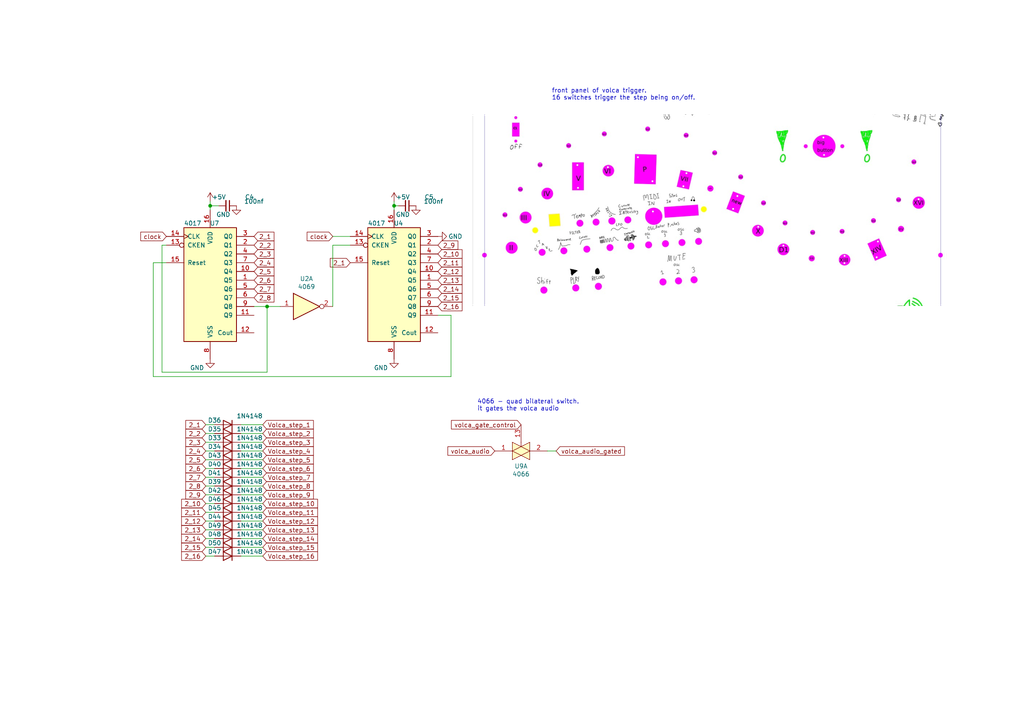
<source format=kicad_sch>
(kicad_sch (version 20211123) (generator eeschema)
  (paper "A4")
  (lib_symbols
    (symbol "4xxx:4017" (pin_names (offset 1.016))
      (property "Reference" "U" (at -7.62 16.51 0))
      (property "Value" "4017" (at -7.62 -19.05 0))
      (symbol "4017_1_0"
        (pin output line (at 12.7 0 180) (length 5.08) (name "Q5") (number "1"))
        (pin output line (at 12.7 2.54 180) (length 5.08) (name "Q4") (number "10"))
        (pin output line (at 12.7 -10.16 180) (length 5.08) (name "Q9") (number "11"))
        (pin output line (at 12.7 -15.24 180) (length 5.08) (name "Cout") (number "12"))
        (pin input inverted (at -12.7 10.16 0) (length 5.08) (name "CKEN") (number "13"))
        (pin input clock (at -12.7 12.7 0) (length 5.08) (name "CLK") (number "14"))
        (pin input line (at -12.7 5.08 0) (length 5.08) (name "Reset") (number "15"))
        (pin power_in line (at 0 20.32 270) (length 5.08) (name "VDD") (number "16"))
        (pin output line (at 12.7 10.16 180) (length 5.08) (name "Q1") (number "2"))
        (pin output line (at 12.7 12.7 180) (length 5.08) (name "Q0") (number "3"))
        (pin output line (at 12.7 7.62 180) (length 5.08) (name "Q2") (number "4"))
        (pin output line (at 12.7 -2.54 180) (length 5.08) (name "Q6") (number "5"))
        (pin output line (at 12.7 -5.08 180) (length 5.08) (name "Q7") (number "6"))
        (pin output line (at 12.7 5.08 180) (length 5.08) (name "Q3") (number "7"))
        (pin power_in line (at 0 -22.86 90) (length 5.08) (name "VSS") (number "8"))
        (pin output line (at 12.7 -7.62 180) (length 5.08) (name "Q8") (number "9"))
      )
      (symbol "4017_1_1"
        (rectangle (start -7.62 15.24) (end 7.62 -17.78) (stroke (width 0.254)) (fill (type background)))
      )
    )
    (symbol "4xxx:4066" (pin_names (offset 1.016))
      (property "Reference" "U" (at -7.62 8.89 0))
      (property "Value" "4066" (at -7.62 -8.89 0))
      (symbol "4066_1_0"
        (polyline (pts (xy 0 1.27) (xy 0 2.54)) (stroke (width 0.1524)))
        (polyline (pts (xy -2.54 0) (xy 2.54 2.54) (xy 2.54 -2.54) (xy -2.54 0)) (fill (type background)))
        (polyline (pts (xy -2.54 2.54) (xy 2.54 0) (xy -2.54 -2.54) (xy -2.54 2.54)) (fill (type background)))
        (pin passive line (at -7.62 0 0) (length 5.08) (name "~") (number "1"))
        (pin input line (at 0 7.62 270) (length 5.08) (name "~") (number "13"))
        (pin passive line (at 7.62 0 180) (length 5.08) (name "~") (number "2"))
      )
      (symbol "4066_2_0"
        (polyline (pts (xy 0 1.27) (xy 0 2.54)) (stroke (width 0.1524)))
        (polyline (pts (xy -2.54 0) (xy 2.54 2.54) (xy 2.54 -2.54) (xy -2.54 0)) (fill (type background)))
        (polyline (pts (xy -2.54 2.54) (xy 2.54 0) (xy -2.54 -2.54) (xy -2.54 2.54)) (fill (type background)))
        (pin passive line (at 7.62 0 180) (length 5.08) (name "~") (number "3"))
        (pin passive line (at -7.62 0 0) (length 5.08) (name "~") (number "4"))
        (pin input line (at 0 7.62 270) (length 5.08) (name "~") (number "5"))
      )
      (symbol "4066_3_0"
        (polyline (pts (xy 0 1.27) (xy 0 2.54)) (stroke (width 0.1524)))
        (polyline (pts (xy -2.54 0) (xy 2.54 2.54) (xy 2.54 -2.54) (xy -2.54 0)) (fill (type background)))
        (polyline (pts (xy -2.54 2.54) (xy 2.54 0) (xy -2.54 -2.54) (xy -2.54 2.54)) (fill (type background)))
        (pin input line (at 0 7.62 270) (length 5.08) (name "~") (number "6"))
        (pin passive line (at -7.62 0 0) (length 5.08) (name "~") (number "8"))
        (pin passive line (at 7.62 0 180) (length 5.08) (name "~") (number "9"))
      )
      (symbol "4066_4_0"
        (polyline (pts (xy 0 1.27) (xy 0 2.54)) (stroke (width 0.1524)))
        (polyline (pts (xy -2.54 0) (xy 2.54 2.54) (xy 2.54 -2.54) (xy -2.54 0)) (fill (type background)))
        (polyline (pts (xy -2.54 2.54) (xy 2.54 0) (xy -2.54 -2.54) (xy -2.54 2.54)) (fill (type background)))
        (pin passive line (at 7.62 0 180) (length 5.08) (name "~") (number "10"))
        (pin passive line (at -7.62 0 0) (length 5.08) (name "~") (number "11"))
        (pin input line (at 0 7.62 270) (length 5.08) (name "~") (number "12"))
      )
      (symbol "4066_5_0"
        (pin power_in line (at 0 12.7 270) (length 5.08) (name "VDD") (number "14"))
        (pin power_in line (at 0 -12.7 90) (length 5.08) (name "VSS") (number "7"))
      )
      (symbol "4066_5_1"
        (rectangle (start -5.08 7.62) (end 5.08 -7.62) (stroke (width 0.254)) (fill (type background)))
      )
    )
    (symbol "4xxx:4069" (pin_names (offset 1.016))
      (property "Reference" "U" (at 0 1.27 0))
      (property "Value" "4069" (at 0 -1.27 0))
      (symbol "4069_1_0"
        (polyline (pts (xy -3.81 3.81) (xy -3.81 -3.81) (xy 3.81 0) (xy -3.81 3.81)) (stroke (width 0.254)) (fill (type background)))
        (pin input line (at -7.62 0 0) (length 3.81) (name "~") (number "1"))
        (pin output inverted (at 7.62 0 180) (length 3.81) (name "~") (number "2"))
      )
      (symbol "4069_2_0"
        (polyline (pts (xy -3.81 3.81) (xy -3.81 -3.81) (xy 3.81 0) (xy -3.81 3.81)) (stroke (width 0.254)) (fill (type background)))
        (pin input line (at -7.62 0 0) (length 3.81) (name "~") (number "3"))
        (pin output inverted (at 7.62 0 180) (length 3.81) (name "~") (number "4"))
      )
      (symbol "4069_3_0"
        (polyline (pts (xy -3.81 3.81) (xy -3.81 -3.81) (xy 3.81 0) (xy -3.81 3.81)) (stroke (width 0.254)) (fill (type background)))
        (pin input line (at -7.62 0 0) (length 3.81) (name "~") (number "5"))
        (pin output inverted (at 7.62 0 180) (length 3.81) (name "~") (number "6"))
      )
      (symbol "4069_4_0"
        (polyline (pts (xy -3.81 3.81) (xy -3.81 -3.81) (xy 3.81 0) (xy -3.81 3.81)) (stroke (width 0.254)) (fill (type background)))
        (pin output inverted (at 7.62 0 180) (length 3.81) (name "~") (number "8"))
        (pin input line (at -7.62 0 0) (length 3.81) (name "~") (number "9"))
      )
      (symbol "4069_5_0"
        (polyline (pts (xy -3.81 3.81) (xy -3.81 -3.81) (xy 3.81 0) (xy -3.81 3.81)) (stroke (width 0.254)) (fill (type background)))
        (pin output inverted (at 7.62 0 180) (length 3.81) (name "~") (number "10"))
        (pin input line (at -7.62 0 0) (length 3.81) (name "~") (number "11"))
      )
      (symbol "4069_6_0"
        (polyline (pts (xy -3.81 3.81) (xy -3.81 -3.81) (xy 3.81 0) (xy -3.81 3.81)) (stroke (width 0.254)) (fill (type background)))
        (pin output inverted (at 7.62 0 180) (length 3.81) (name "~") (number "12"))
        (pin input line (at -7.62 0 0) (length 3.81) (name "~") (number "13"))
      )
      (symbol "4069_7_0"
        (pin power_in line (at 0 12.7 270) (length 5.08) (name "VDD") (number "14"))
        (pin power_in line (at 0 -12.7 90) (length 5.08) (name "VSS") (number "7"))
      )
      (symbol "4069_7_1"
        (rectangle (start -5.08 7.62) (end 5.08 -7.62) (stroke (width 0.254)) (fill (type background)))
      )
    )
    (symbol "Device:C_Small" (pin_numbers hide) (pin_names (offset 0.254) hide)
      (property "Reference" "C" (at 0.254 1.778 0))
      (property "Value" "C_Small" (at 0.254 -2.032 0))
      (symbol "C_Small_0_1"
        (polyline (pts (xy -1.524 -0.508) (xy 1.524 -0.508)) (stroke (width 0.3302)))
        (polyline (pts (xy -1.524 0.508) (xy 1.524 0.508)) (stroke (width 0.3048)))
      )
      (symbol "C_Small_1_1"
        (pin passive line (at 0 2.54 270) (length 2.032) (name "~") (number "1"))
        (pin passive line (at 0 -2.54 90) (length 2.032) (name "~") (number "2"))
      )
    )
    (symbol "Diode:1N4148" (pin_numbers hide) (pin_names hide)
      (property "Reference" "D" (at 0 2.54 0))
      (property "Value" "1N4148" (at 0 -2.54 0))
      (symbol "1N4148_0_1"
        (polyline (pts (xy -1.27 1.27) (xy -1.27 -1.27)) (stroke (width 0.254)))
        (polyline (pts (xy 1.27 0) (xy -1.27 0)))
        (polyline (pts (xy 1.27 1.27) (xy 1.27 -1.27) (xy -1.27 0) (xy 1.27 1.27)) (stroke (width 0.254)))
      )
      (symbol "1N4148_1_1"
        (pin passive line (at -3.81 0 0) (length 2.54) (name "K") (number "1"))
        (pin passive line (at 3.81 0 180) (length 2.54) (name "A") (number "2"))
      )
    )
    (symbol "power:+5V" (power) (pin_names (offset 0))
      (property "Value" "+5V" (at 0 3.556 0))
      (symbol "+5V_0_1"
        (polyline (pts (xy -0.762 1.27) (xy 0 2.54)))
        (polyline (pts (xy 0 0) (xy 0 2.54)))
        (polyline (pts (xy 0 2.54) (xy 0.762 1.27)))
      )
      (symbol "+5V_1_1"
        (pin power_in line (at 0 0 90) (length 0) hide (name "+5V") (number "1"))
      )
    )
    (symbol "power:GND" (power) (pin_names (offset 0))
      (property "Value" "GND" (at 0 -3.81 0))
      (symbol "GND_0_1"
        (polyline (pts (xy 0 0) (xy 0 -1.27) (xy 1.27 -1.27) (xy 0 -2.54) (xy -1.27 -1.27) (xy 0 -1.27)))
      )
      (symbol "GND_1_1"
        (pin power_in line (at 0 0 270) (length 0) hide (name "GND") (number "1"))
      )
    )
  )
  (junction (at 114.3 59.69))
  (junction (at 77.47 88.9))
  (junction (at 60.96 59.69))
  (wire (pts (xy 77.47 88.9) (xy 77.47 107.95)))
  (wire (pts (xy 60.96 58.42) (xy 60.96 59.69)))
  (wire (pts (xy 59.69 148.59) (xy 62.23 148.59)))
  (wire (pts (xy 59.69 161.29) (xy 62.23 161.29)))
  (wire (pts (xy 69.85 140.97) (xy 76.2 140.97)))
  (wire (pts (xy 59.69 140.97) (xy 62.23 140.97)))
  (wire (pts (xy 69.85 153.67) (xy 76.2 153.67)))
  (wire (pts (xy 76.2 143.51) (xy 69.85 143.51)))
  (wire (pts (xy 130.81 109.22) (xy 44.45 109.22)))
  (wire (pts (xy 76.2 123.19) (xy 69.85 123.19)))
  (wire (pts (xy 59.69 156.21) (xy 62.23 156.21)))
  (wire (pts (xy 59.69 151.13) (xy 62.23 151.13)))
  (wire (pts (xy 63.5 59.69) (xy 60.96 59.69)))
  (wire (pts (xy 69.85 161.29) (xy 76.2 161.29)))
  (wire (pts (xy 69.85 158.75) (xy 76.2 158.75)))
  (wire (pts (xy 59.69 135.89) (xy 62.23 135.89)))
  (wire (pts (xy 96.52 88.9) (xy 96.52 71.12)))
  (wire (pts (xy 59.69 143.51) (xy 62.23 143.51)))
  (wire (pts (xy 69.85 156.21) (xy 76.2 156.21)))
  (wire (pts (xy 59.69 158.75) (xy 62.23 158.75)))
  (wire (pts (xy 59.69 130.81) (xy 62.23 130.81)))
  (wire (pts (xy 76.2 146.05) (xy 69.85 146.05)))
  (wire (pts (xy 127 91.44) (xy 130.81 91.44)))
  (wire (pts (xy 73.66 88.9) (xy 77.47 88.9)))
  (wire (pts (xy 114.3 58.42) (xy 114.3 59.69)))
  (wire (pts (xy 46.99 107.95) (xy 46.99 71.12)))
  (wire (pts (xy 161.29 130.81) (xy 158.75 130.81)))
  (wire (pts (xy 59.69 153.67) (xy 62.23 153.67)))
  (wire (pts (xy 59.69 123.19) (xy 62.23 123.19)))
  (wire (pts (xy 96.52 68.58) (xy 101.6 68.58)))
  (wire (pts (xy 59.69 138.43) (xy 62.23 138.43)))
  (wire (pts (xy 59.69 128.27) (xy 62.23 128.27)))
  (wire (pts (xy 44.45 109.22) (xy 44.45 76.2)))
  (wire (pts (xy 69.85 135.89) (xy 76.2 135.89)))
  (wire (pts (xy 69.85 138.43) (xy 76.2 138.43)))
  (wire (pts (xy 96.52 71.12) (xy 101.6 71.12)))
  (wire (pts (xy 114.3 59.69) (xy 114.3 60.96)))
  (wire (pts (xy 69.85 130.81) (xy 76.2 130.81)))
  (wire (pts (xy 69.85 133.35) (xy 76.2 133.35)))
  (wire (pts (xy 77.47 88.9) (xy 81.28 88.9)))
  (wire (pts (xy 59.69 125.73) (xy 62.23 125.73)))
  (wire (pts (xy 69.85 128.27) (xy 76.2 128.27)))
  (wire (pts (xy 46.99 71.12) (xy 48.26 71.12)))
  (wire (pts (xy 130.81 91.44) (xy 130.81 109.22)))
  (wire (pts (xy 69.85 148.59) (xy 76.2 148.59)))
  (wire (pts (xy 44.45 76.2) (xy 48.26 76.2)))
  (wire (pts (xy 59.69 146.05) (xy 62.23 146.05)))
  (wire (pts (xy 60.96 59.69) (xy 60.96 60.96)))
  (wire (pts (xy 77.47 107.95) (xy 46.99 107.95)))
  (wire (pts (xy 69.85 151.13) (xy 76.2 151.13)))
  (wire (pts (xy 59.69 133.35) (xy 62.23 133.35)))
  (wire (pts (xy 76.2 125.73) (xy 69.85 125.73)))
  (wire (pts (xy 115.57 59.69) (xy 114.3 59.69)))
  (image (at 205.74 60.96) (scale 1.2429))
  (text "front panel of volca trigger. \n16 switches trigger the step being on/off. " (at 160.02 29.21 0) (effects (font (size 1.27 1.27)) (justify left bottom)))
  (text "4066 - quad bilateral switch. \nit gates the volca audio " (at 138.43 119.38 0) (effects (font (size 1.27 1.27)) (justify left bottom)))
  (global_label "Volca_step_15" (shape input) (at 76.2 158.75 0) (property "Intersheet References" "${INTERSHEET_REFS}" (effects hide)))
  (global_label "Volca_step_10" (shape input) (at 76.2 146.05 0) (property "Intersheet References" "${INTERSHEET_REFS}" (effects hide)))
  (global_label "2_3" (shape input) (at 59.69 128.27 180) (property "Intersheet References" "${INTERSHEET_REFS}" (effects hide)))
  (global_label "2_16" (shape input) (at 127 88.9 0) (property "Intersheet References" "${INTERSHEET_REFS}" (effects hide)))
  (global_label "2_16" (shape input) (at 59.69 161.29 180) (property "Intersheet References" "${INTERSHEET_REFS}" (effects hide)))
  (global_label "2_10" (shape input) (at 127 73.66 0) (property "Intersheet References" "${INTERSHEET_REFS}" (effects hide)))
  (global_label "2_8" (shape input) (at 73.66 86.36 0) (property "Intersheet References" "${INTERSHEET_REFS}" (effects hide)))
  (global_label "2_1" (shape input) (at 73.66 68.58 0) (property "Intersheet References" "${INTERSHEET_REFS}" (effects hide)))
  (global_label "2_11" (shape input) (at 59.69 148.59 180) (property "Intersheet References" "${INTERSHEET_REFS}" (effects hide)))
  (global_label "2_6" (shape input) (at 59.69 135.89 180) (property "Intersheet References" "${INTERSHEET_REFS}" (effects hide)))
  (global_label "2_10" (shape input) (at 59.69 146.05 180) (property "Intersheet References" "${INTERSHEET_REFS}" (effects hide)))
  (global_label "Volca_step_4" (shape input) (at 76.2 130.81 0) (property "Intersheet References" "${INTERSHEET_REFS}" (effects hide)))
  (global_label "2_1" (shape input) (at 101.6 76.2 180) (property "Intersheet References" "${INTERSHEET_REFS}" (effects hide)))
  (global_label "volca_gate_control" (shape input) (at 151.13 123.19 180) (property "Intersheet References" "${INTERSHEET_REFS}" (effects hide)))
  (global_label "2_12" (shape input) (at 127 78.74 0) (property "Intersheet References" "${INTERSHEET_REFS}" (effects hide)))
  (global_label "2_5" (shape input) (at 59.69 133.35 180) (property "Intersheet References" "${INTERSHEET_REFS}" (effects hide)))
  (global_label "Volca_step_5" (shape input) (at 76.2 133.35 0) (property "Intersheet References" "${INTERSHEET_REFS}" (effects hide)))
  (global_label "Volca_step_3" (shape input) (at 76.2 128.27 0) (property "Intersheet References" "${INTERSHEET_REFS}" (effects hide)))
  (global_label "Volca_step_1" (shape input) (at 76.2 123.19 0) (property "Intersheet References" "${INTERSHEET_REFS}" (effects hide)))
  (global_label "2_7" (shape input) (at 59.69 138.43 180) (property "Intersheet References" "${INTERSHEET_REFS}" (effects hide)))
  (global_label "Volca_step_12" (shape input) (at 76.2 151.13 0) (property "Intersheet References" "${INTERSHEET_REFS}" (effects hide)))
  (global_label "Volca_step_8" (shape input) (at 76.2 140.97 0) (property "Intersheet References" "${INTERSHEET_REFS}" (effects hide)))
  (global_label "2_3" (shape input) (at 73.66 73.66 0) (property "Intersheet References" "${INTERSHEET_REFS}" (effects hide)))
  (global_label "2_14" (shape input) (at 59.69 156.21 180) (property "Intersheet References" "${INTERSHEET_REFS}" (effects hide)))
  (global_label "clock" (shape input) (at 96.52 68.58 180) (property "Intersheet References" "${INTERSHEET_REFS}" (effects hide)))
  (global_label "2_13" (shape input) (at 59.69 153.67 180) (property "Intersheet References" "${INTERSHEET_REFS}" (effects hide)))
  (global_label "2_15" (shape input) (at 59.69 158.75 180) (property "Intersheet References" "${INTERSHEET_REFS}" (effects hide)))
  (global_label "Volca_step_7" (shape input) (at 76.2 138.43 0) (property "Intersheet References" "${INTERSHEET_REFS}" (effects hide)))
  (global_label "2_8" (shape input) (at 59.69 140.97 180) (property "Intersheet References" "${INTERSHEET_REFS}" (effects hide)))
  (global_label "2_1" (shape input) (at 59.69 123.19 180) (property "Intersheet References" "${INTERSHEET_REFS}" (effects hide)))
  (global_label "Volca_step_16" (shape input) (at 76.2 161.29 0) (property "Intersheet References" "${INTERSHEET_REFS}" (effects hide)))
  (global_label "Volca_step_2" (shape input) (at 76.2 125.73 0) (property "Intersheet References" "${INTERSHEET_REFS}" (effects hide)))
  (global_label "2_9" (shape input) (at 59.69 143.51 180) (property "Intersheet References" "${INTERSHEET_REFS}" (effects hide)))
  (global_label "Volca_step_14" (shape input) (at 76.2 156.21 0) (property "Intersheet References" "${INTERSHEET_REFS}" (effects hide)))
  (global_label "clock" (shape input) (at 48.26 68.58 180) (property "Intersheet References" "${INTERSHEET_REFS}" (effects hide)))
  (global_label "2_6" (shape input) (at 73.66 81.28 0) (property "Intersheet References" "${INTERSHEET_REFS}" (effects hide)))
  (global_label "volca_audio_gated" (shape input) (at 161.29 130.81 0) (property "Intersheet References" "${INTERSHEET_REFS}" (effects hide)))
  (global_label "2_13" (shape input) (at 127 81.28 0) (property "Intersheet References" "${INTERSHEET_REFS}" (effects hide)))
  (global_label "2_5" (shape input) (at 73.66 78.74 0) (property "Intersheet References" "${INTERSHEET_REFS}" (effects hide)))
  (global_label "2_7" (shape input) (at 73.66 83.82 0) (property "Intersheet References" "${INTERSHEET_REFS}" (effects hide)))
  (global_label "Volca_step_9" (shape input) (at 76.2 143.51 0) (property "Intersheet References" "${INTERSHEET_REFS}" (effects hide)))
  (global_label "Volca_step_6" (shape input) (at 76.2 135.89 0) (property "Intersheet References" "${INTERSHEET_REFS}" (effects hide)))
  (global_label "2_4" (shape input) (at 59.69 130.81 180) (property "Intersheet References" "${INTERSHEET_REFS}" (effects hide)))
  (global_label "2_11" (shape input) (at 127 76.2 0) (property "Intersheet References" "${INTERSHEET_REFS}" (effects hide)))
  (global_label "Volca_step_11" (shape input) (at 76.2 148.59 0) (property "Intersheet References" "${INTERSHEET_REFS}" (effects hide)))
  (global_label "2_2" (shape input) (at 59.69 125.73 180) (property "Intersheet References" "${INTERSHEET_REFS}" (effects hide)))
  (global_label "2_4" (shape input) (at 73.66 76.2 0) (property "Intersheet References" "${INTERSHEET_REFS}" (effects hide)))
  (global_label "Volca_step_13" (shape input) (at 76.2 153.67 0) (property "Intersheet References" "${INTERSHEET_REFS}" (effects hide)))
  (global_label "2_12" (shape input) (at 59.69 151.13 180) (property "Intersheet References" "${INTERSHEET_REFS}" (effects hide)))
  (global_label "volca_audio" (shape input) (at 143.51 130.81 180) (property "Intersheet References" "${INTERSHEET_REFS}" (effects hide)))
  (global_label "2_15" (shape input) (at 127 86.36 0) (property "Intersheet References" "${INTERSHEET_REFS}" (effects hide)))
  (global_label "2_2" (shape input) (at 73.66 71.12 0) (property "Intersheet References" "${INTERSHEET_REFS}" (effects hide)))
  (global_label "2_14" (shape input) (at 127 83.82 0) (property "Intersheet References" "${INTERSHEET_REFS}" (effects hide)))
  (global_label "2_9" (shape input) (at 127 71.12 0) (property "Intersheet References" "${INTERSHEET_REFS}" (effects hide)))
  (symbol (lib_id "4xxx:4017") (at 60.96 81.28 0) (unit 1)
    (property "Reference" "U7" (at 62.23 64.77 0))
    (property "Value" "4017" (at 55.88 64.77 0))
    (property "Footprint" "Package_SO:SO-16_5.3x10.2mm_P1.27mm" (effects hide))
    (property "Datasheet" "http://www.intersil.com/content/dam/Intersil/documents/cd40/cd4017bms-22bms.pdf" (effects hide))
  )
  (symbol (lib_id "Device:C_Small") (at 66.04 59.69 270) (unit 1)
    (property "Reference" "C4" (at 72.39 57.15 90))
    (property "Value" "100nf" (at 73.66 58.42 90))
    (property "Footprint" "Capacitor_SMD:C_0805_2012Metric" (effects hide))
  )
  (symbol (lib_id "power:GND") (at 68.58 59.69 0) (unit 1)
    (property "Reference" "#PWR070" (effects hide))
    (property "Value" "GND" (at 64.77 62.23 0))
  )
  (symbol (lib_id "Device:C_Small") (at 118.11 59.69 270) (unit 1)
    (property "Reference" "C5" (at 124.46 57.15 90))
    (property "Value" "100nf" (at 125.73 58.42 90))
    (property "Footprint" "Capacitor_SMD:C_0805_2012Metric" (effects hide))
  )
  (symbol (lib_id "power:GND") (at 120.65 59.69 0) (unit 1)
    (property "Reference" "#PWR073" (effects hide))
    (property "Value" "GND" (at 116.84 62.23 0))
  )
  (symbol (lib_id "power:GND") (at 60.96 104.14 0) (unit 1)
    (property "Reference" "#PWR069" (effects hide))
    (property "Value" "GND" (at 57.15 106.68 0))
  )
  (symbol (lib_id "power:GND") (at 114.3 104.14 0) (unit 1)
    (property "Reference" "#PWR072" (effects hide))
    (property "Value" "GND" (at 110.49 106.68 0))
  )
  (symbol (lib_id "4xxx:4069") (at 88.9 88.9 0) (unit 1)
    (property "Reference" "U2" (at 88.9 80.8482 0))
    (property "Value" "4069" (at 88.9 83.1596 0))
    (property "Footprint" "Package_SO:SO-14_3.9x8.65mm_P1.27mm" (effects hide))
    (property "Datasheet" "http://www.intersil.com/content/dam/Intersil/documents/cd40/cd4069ubms.pdf" (effects hide))
  )
  (symbol (lib_id "4xxx:4017") (at 114.3 81.28 0) (unit 1)
    (property "Reference" "U4" (at 115.57 64.77 0))
    (property "Value" "4017" (at 109.22 64.77 0))
    (property "Footprint" "Package_SO:SO-16_5.3x10.2mm_P1.27mm" (effects hide))
    (property "Datasheet" "http://www.intersil.com/content/dam/Intersil/documents/cd40/cd4017bms-22bms.pdf" (effects hide))
  )
  (symbol (lib_id "power:GND") (at 127 68.58 90) (unit 1)
    (property "Reference" "#PWR074" (effects hide))
    (property "Value" "GND" (at 132.08 68.58 90))
  )
  (symbol (lib_id "Diode:1N4148") (at 66.04 128.27 180) (unit 1)
    (property "Reference" "D33" (at 62.23 127 0))
    (property "Value" "1N4148" (at 72.39 127 0))
    (property "Footprint" "Diode_SMD:D_SOD-323" (effects hide))
    (property "Datasheet" "https://assets.nexperia.com/documents/data-sheet/1N4148_1N4448.pdf" (effects hide))
  )
  (symbol (lib_id "Diode:1N4148") (at 66.04 123.19 180) (unit 1)
    (property "Reference" "D36" (at 62.23 121.92 0))
    (property "Value" "1N4148" (at 72.39 120.65 0))
    (property "Footprint" "Diode_SMD:D_SOD-323" (effects hide))
    (property "Datasheet" "https://assets.nexperia.com/documents/data-sheet/1N4148_1N4448.pdf" (effects hide))
  )
  (symbol (lib_id "Diode:1N4148") (at 66.04 125.73 180) (unit 1)
    (property "Reference" "D35" (at 62.23 124.46 0))
    (property "Value" "1N4148" (at 72.39 124.46 0))
    (property "Footprint" "Diode_SMD:D_SOD-323" (effects hide))
    (property "Datasheet" "https://assets.nexperia.com/documents/data-sheet/1N4148_1N4448.pdf" (effects hide))
  )
  (symbol (lib_id "Diode:1N4148") (at 66.04 130.81 180) (unit 1)
    (property "Reference" "D34" (at 62.23 129.54 0))
    (property "Value" "1N4148" (at 72.39 129.54 0))
    (property "Footprint" "Diode_SMD:D_SOD-323" (effects hide))
    (property "Datasheet" "https://assets.nexperia.com/documents/data-sheet/1N4148_1N4448.pdf" (effects hide))
  )
  (symbol (lib_id "Diode:1N4148") (at 66.04 133.35 180) (unit 1)
    (property "Reference" "D43" (at 62.23 132.08 0))
    (property "Value" "1N4148" (at 72.39 132.08 0))
    (property "Footprint" "Diode_SMD:D_SOD-323" (effects hide))
    (property "Datasheet" "https://assets.nexperia.com/documents/data-sheet/1N4148_1N4448.pdf" (effects hide))
  )
  (symbol (lib_id "Diode:1N4148") (at 66.04 135.89 180) (unit 1)
    (property "Reference" "D40" (at 62.23 134.62 0))
    (property "Value" "1N4148" (at 72.39 134.62 0))
    (property "Footprint" "Diode_SMD:D_SOD-323" (effects hide))
    (property "Datasheet" "https://assets.nexperia.com/documents/data-sheet/1N4148_1N4448.pdf" (effects hide))
  )
  (symbol (lib_id "Diode:1N4148") (at 66.04 138.43 180) (unit 1)
    (property "Reference" "D41" (at 62.23 137.16 0))
    (property "Value" "1N4148" (at 72.39 137.16 0))
    (property "Footprint" "Diode_SMD:D_SOD-323" (effects hide))
    (property "Datasheet" "https://assets.nexperia.com/documents/data-sheet/1N4148_1N4448.pdf" (effects hide))
  )
  (symbol (lib_id "Diode:1N4148") (at 66.04 140.97 180) (unit 1)
    (property "Reference" "D39" (at 62.23 139.7 0))
    (property "Value" "1N4148" (at 72.39 139.7 0))
    (property "Footprint" "Diode_SMD:D_SOD-323" (effects hide))
    (property "Datasheet" "https://assets.nexperia.com/documents/data-sheet/1N4148_1N4448.pdf" (effects hide))
  )
  (symbol (lib_id "Diode:1N4148") (at 66.04 148.59 180) (unit 1)
    (property "Reference" "D45" (at 62.23 147.32 0))
    (property "Value" "1N4148" (at 72.39 147.32 0))
    (property "Footprint" "Diode_SMD:D_SOD-323" (effects hide))
    (property "Datasheet" "https://assets.nexperia.com/documents/data-sheet/1N4148_1N4448.pdf" (effects hide))
  )
  (symbol (lib_id "Diode:1N4148") (at 66.04 143.51 180) (unit 1)
    (property "Reference" "D42" (at 62.23 142.24 0))
    (property "Value" "1N4148" (at 72.39 142.24 0))
    (property "Footprint" "Diode_SMD:D_SOD-323" (effects hide))
    (property "Datasheet" "https://assets.nexperia.com/documents/data-sheet/1N4148_1N4448.pdf" (effects hide))
  )
  (symbol (lib_id "Diode:1N4148") (at 66.04 146.05 180) (unit 1)
    (property "Reference" "D46" (at 62.23 144.78 0))
    (property "Value" "1N4148" (at 72.39 144.78 0))
    (property "Footprint" "Diode_SMD:D_SOD-323" (effects hide))
    (property "Datasheet" "https://assets.nexperia.com/documents/data-sheet/1N4148_1N4448.pdf" (effects hide))
  )
  (symbol (lib_id "Diode:1N4148") (at 66.04 151.13 180) (unit 1)
    (property "Reference" "D44" (at 62.23 149.86 0))
    (property "Value" "1N4148" (at 72.39 149.86 0))
    (property "Footprint" "Diode_SMD:D_SOD-323" (effects hide))
    (property "Datasheet" "https://assets.nexperia.com/documents/data-sheet/1N4148_1N4448.pdf" (effects hide))
  )
  (symbol (lib_id "Diode:1N4148") (at 66.04 153.67 180) (unit 1)
    (property "Reference" "D49" (at 62.23 152.4 0))
    (property "Value" "1N4148" (at 72.39 152.4 0))
    (property "Footprint" "Diode_SMD:D_SOD-323" (effects hide))
    (property "Datasheet" "https://assets.nexperia.com/documents/data-sheet/1N4148_1N4448.pdf" (effects hide))
  )
  (symbol (lib_id "Diode:1N4148") (at 66.04 156.21 180) (unit 1)
    (property "Reference" "D48" (at 62.23 154.94 0))
    (property "Value" "1N4148" (at 72.39 154.94 0))
    (property "Footprint" "Diode_SMD:D_SOD-323" (effects hide))
    (property "Datasheet" "https://assets.nexperia.com/documents/data-sheet/1N4148_1N4448.pdf" (effects hide))
  )
  (symbol (lib_id "Diode:1N4148") (at 66.04 158.75 180) (unit 1)
    (property "Reference" "D50" (at 62.23 157.48 0))
    (property "Value" "1N4148" (at 72.39 157.48 0))
    (property "Footprint" "Diode_SMD:D_SOD-323" (effects hide))
    (property "Datasheet" "https://assets.nexperia.com/documents/data-sheet/1N4148_1N4448.pdf" (effects hide))
  )
  (symbol (lib_id "Diode:1N4148") (at 66.04 161.29 180) (unit 1)
    (property "Reference" "D47" (at 62.23 160.02 0))
    (property "Value" "1N4148" (at 72.39 160.02 0))
    (property "Footprint" "Diode_SMD:D_SOD-323" (effects hide))
    (property "Datasheet" "https://assets.nexperia.com/documents/data-sheet/1N4148_1N4448.pdf" (effects hide))
  )
  (symbol (lib_id "power:+5V") (at 60.96 58.42 0) (unit 1)
    (property "Reference" "#PWR068" (effects hide))
    (property "Value" "+5V" (at 63.5 57.15 0))
  )
  (symbol (lib_id "power:+5V") (at 114.3 58.42 0) (unit 1)
    (property "Reference" "#PWR071" (effects hide))
    (property "Value" "+5V" (at 116.84 57.15 0))
  )
  (symbol (lib_id "4xxx:4066") (at 151.13 130.81 0) (unit 1)
    (property "Reference" "U9" (at 151.13 135.2042 0))
    (property "Value" "4066" (at 151.13 137.5156 0))
    (property "Footprint" "Package_SO:SO-14_3.9x8.65mm_P1.27mm" (effects hide))
    (property "Datasheet" "http://www.ti.com/lit/ds/symlink/cd4066b.pdf" (effects hide))
  )
)
</source>
